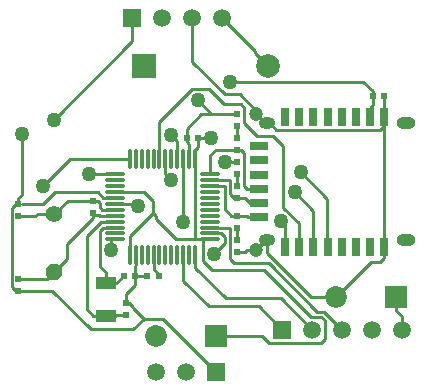
<source format=gbl>
G04 Layer_Physical_Order=2*
G04 Layer_Color=16711680*
%FSLAX42Y42*%
%MOMM*%
G71*
G01*
G75*
%ADD13R,0.60X0.50*%
%ADD14R,0.50X0.60*%
%ADD17C,0.25*%
%ADD18C,1.85*%
%ADD19R,1.85X1.85*%
%ADD20P,1.52X8X112.5*%
%ADD21C,1.40*%
%ADD22C,2.00*%
%ADD23R,2.00X2.00*%
%ADD24C,1.50*%
%ADD25R,1.50X1.50*%
%ADD26C,1.27*%
%ADD27R,1.80X1.00*%
%ADD28O,0.30X1.80*%
%ADD29O,1.80X0.30*%
%ADD30C,1.20*%
%ADD31R,0.80X1.50*%
%ADD32R,1.50X0.80*%
%ADD33O,1.60X1.00*%
%ADD34O,1.40X1.00*%
D13*
X3225Y2642D02*
D03*
X3125D02*
D03*
X1219Y1118D02*
D03*
X1319D02*
D03*
X1017D02*
D03*
X1117D02*
D03*
X1650Y2286D02*
D03*
X1550D02*
D03*
D14*
X762Y1652D02*
D03*
Y1752D02*
D03*
X1981Y1321D02*
D03*
Y1421D02*
D03*
X1041Y788D02*
D03*
Y888D02*
D03*
X127Y1726D02*
D03*
Y1626D02*
D03*
Y991D02*
D03*
Y1091D02*
D03*
X1981Y2082D02*
D03*
Y1982D02*
D03*
Y2487D02*
D03*
Y2387D02*
D03*
Y1624D02*
D03*
Y1524D02*
D03*
Y1778D02*
D03*
Y1878D02*
D03*
Y2186D02*
D03*
Y2286D02*
D03*
D17*
X1621Y2107D02*
Y2182D01*
X1650Y2211D01*
Y2286D01*
X3103Y2540D02*
X3125Y2562D01*
Y2642D01*
X1117Y1118D02*
X1219D01*
X1117D02*
Y1204D01*
X1121Y1208D01*
Y1297D01*
X1041Y888D02*
Y965D01*
X1117Y1041D01*
Y1118D01*
X1981Y1321D02*
X2047D01*
X2064Y1338D01*
X2133D01*
X3223Y2463D02*
Y2550D01*
X3225Y2552D01*
Y2642D01*
X127Y1626D02*
X272D01*
X286Y1641D01*
X432D01*
X864Y775D02*
X945D01*
X958Y788D01*
X1041D01*
X1981Y2286D02*
Y2387D01*
Y1878D02*
Y1982D01*
Y1421D02*
Y1524D01*
X3374Y660D02*
Y775D01*
X3327Y822D02*
X3374Y775D01*
X3327Y822D02*
Y940D01*
X1981Y1624D02*
X2062D01*
X2073Y1613D01*
X1981Y1778D02*
X2045D01*
X2090Y1733D01*
X102Y991D02*
X127D01*
X69Y1024D02*
X102Y991D01*
X69Y1024D02*
Y1693D01*
X102Y1726D01*
X127D01*
X818Y1194D02*
X864Y1148D01*
X818Y1194D02*
Y1499D01*
X846Y1527D01*
X941D01*
X1271Y1176D02*
Y1297D01*
X543Y1752D02*
X762D01*
X432Y1641D02*
X543Y1752D01*
X762D02*
X800D01*
X818Y1734D01*
Y1697D02*
Y1734D01*
X2131Y3004D02*
X2240Y2896D01*
X2131Y3004D02*
Y3025D01*
X1854Y3302D02*
X2131Y3025D01*
X1621Y1185D02*
Y1297D01*
Y1185D02*
X1881Y926D01*
X2347D01*
X2612Y660D01*
X3125Y2642D02*
Y2684D01*
X3048Y2761D02*
X3125Y2684D01*
X1918Y2761D02*
X3048D01*
X1751Y1877D02*
X1874D01*
Y1681D02*
Y1877D01*
Y1681D02*
X1930Y1624D01*
X1981D01*
X1953Y1778D02*
X1981D01*
X1920Y1812D02*
X1953Y1778D01*
X1920Y1812D02*
Y1927D01*
X1751D02*
X1920D01*
X539Y1388D02*
X762Y1611D01*
X539Y1260D02*
Y1388D01*
X432Y1153D02*
X539Y1260D01*
X914Y1427D02*
X941D01*
X1191Y1827D02*
X1265Y1753D01*
X1071Y1455D02*
X1265Y1649D01*
X1071Y1297D02*
Y1455D01*
X1981Y2186D02*
X2013D01*
X2040Y2159D01*
Y1880D02*
Y2159D01*
Y1880D02*
X2066Y1853D01*
X1550Y2254D02*
Y2286D01*
Y2254D02*
X1571Y2233D01*
Y2107D02*
Y2233D01*
X1981Y2080D02*
Y2082D01*
X2601Y940D02*
X2819D01*
X2233Y1308D02*
X2601Y940D01*
X941Y1827D02*
X1191D01*
X1290Y1600D02*
Y1624D01*
Y1600D02*
X1464Y1427D01*
X1751Y1477D02*
X1845D01*
X1874Y1448D01*
Y1396D02*
Y1448D01*
X1783Y1306D02*
X1874Y1396D01*
X2712Y815D02*
X2866Y660D01*
X2658Y815D02*
X2712D01*
X2245Y1227D02*
X2658Y815D01*
X1956Y1227D02*
X2245D01*
X1919Y1263D02*
X1956Y1227D01*
X1919Y1263D02*
Y1523D01*
X1916Y1527D02*
X1919Y1523D01*
X1751Y1527D02*
X1916D01*
X334Y1726D02*
X434Y1826D01*
X797D01*
X846Y1777D01*
X941D01*
X724Y1977D02*
X941D01*
X1121Y1727D02*
X1136Y1712D01*
X941Y1727D02*
X1121D01*
X1521Y1573D02*
Y2107D01*
X2517Y1994D02*
X2743Y1768D01*
X2466Y1824D02*
X2623Y1667D01*
X1420Y2311D02*
X1471Y2260D01*
Y2107D02*
Y2260D01*
X1798Y2186D02*
X1981D01*
X1750Y2138D02*
X1798Y2186D01*
X1750Y1977D02*
X1751D01*
X3223Y2388D02*
Y2463D01*
X3190Y2355D02*
X3223Y2388D01*
X2311Y2355D02*
X3190D01*
X2258Y2408D02*
X2311Y2355D01*
X2233Y2408D02*
X2258D01*
X2213D02*
X2233D01*
X1803Y610D02*
X2192D01*
X2250Y551D01*
X2692D01*
X2720Y579D01*
Y741D01*
X2692Y769D02*
X2720Y741D01*
X2601Y769D02*
X2692D01*
X2207Y1164D02*
X2601Y769D01*
X1768Y1164D02*
X2207D01*
X1687Y1245D02*
X1768Y1164D01*
X1643Y2603D02*
X1760Y2487D01*
X1981D01*
X2002Y2654D02*
X2141Y2515D01*
X1877Y2654D02*
X2002D01*
X1600Y2931D02*
X1877Y2654D01*
X1600Y2931D02*
Y3302D01*
X1321Y2107D02*
Y2421D01*
X1600Y2700D01*
X1740D01*
X1867Y2573D01*
X2007D01*
X2040Y2540D01*
Y2413D02*
Y2540D01*
Y2413D02*
X2149Y2304D01*
X2286D01*
X2370Y2220D01*
Y1694D02*
Y2220D01*
Y1694D02*
X2503Y1561D01*
X1354Y754D02*
X1803Y305D01*
X1189Y754D02*
X1354D01*
X1100Y665D02*
X1189Y754D01*
X411Y991D02*
X737Y665D01*
X127Y991D02*
X411D01*
X1100Y843D02*
Y855D01*
X1067Y888D02*
X1100Y855D01*
X1041Y888D02*
X1067D01*
X2347Y1580D02*
X2383Y1544D01*
X1371Y1977D02*
X1415Y1933D01*
X1371Y1977D02*
Y2107D01*
X1753Y2261D02*
Y2281D01*
X1550Y2286D02*
Y2361D01*
X1676Y2487D01*
X2133Y1338D02*
X2233Y1418D01*
X2233D01*
X3223Y1270D02*
Y1363D01*
X3188Y1234D02*
X3223Y1270D01*
X3114Y1234D02*
X3188D01*
X2819Y940D02*
X3114Y1234D01*
X1092Y3106D02*
Y3302D01*
X424Y2438D02*
X1092Y3106D01*
X370Y1091D02*
X432Y1153D01*
X127Y1091D02*
X370D01*
X826Y1577D02*
X941D01*
X704Y1455D02*
X826Y1577D01*
X704Y833D02*
Y1455D01*
Y833D02*
X762Y775D01*
X864D01*
X2160Y859D02*
X2358Y660D01*
X1737Y859D02*
X2160D01*
X1521Y1074D02*
X1737Y859D01*
X1521Y1074D02*
Y1297D01*
X1071Y2107D02*
Y2108D01*
X338Y1882D02*
X564Y2108D01*
X1265Y1649D02*
Y1753D01*
X1621Y1427D02*
X1687D01*
X1751D01*
X737Y665D02*
X1100D01*
X155Y1726D02*
X334D01*
X2233Y1308D02*
Y1418D01*
X1875Y2080D02*
X1981D01*
X3223Y1363D02*
Y2388D01*
X1676Y2487D02*
X1760D01*
X2141Y2480D02*
Y2515D01*
X2133Y2488D02*
X2141Y2480D01*
X2213Y2408D01*
X762Y1611D02*
Y1634D01*
Y1652D01*
X914Y1339D02*
Y1427D01*
X1655Y2281D02*
X1753D01*
X1650Y2286D02*
X1655Y2281D01*
X864Y1054D02*
Y1148D01*
X953Y1054D02*
X1017Y1118D01*
X864Y1054D02*
X953D01*
X1319Y1118D02*
Y1128D01*
X1271Y1176D02*
X1319Y1128D01*
X1265Y1649D02*
X1290Y1624D01*
X818Y1697D02*
X838Y1677D01*
X941D01*
X820Y1627D02*
X941D01*
X813Y1634D02*
X820Y1627D01*
X762Y1634D02*
X813D01*
X1100Y843D02*
X1189Y754D01*
X564Y2108D02*
X1071D01*
X155Y1806D02*
Y2316D01*
X127Y1778D02*
X155Y1806D01*
X127Y1726D02*
Y1778D01*
X1621Y1427D02*
Y2107D01*
X1464Y1427D02*
X1621D01*
X2090Y1733D02*
X2158D01*
X2066Y1853D02*
X2158D01*
X2073Y1613D02*
X2158D01*
X2623Y1363D02*
Y1667D01*
X1687Y1245D02*
Y1427D01*
X3103Y2463D02*
Y2540D01*
X1750Y1977D02*
Y2138D01*
X2503Y1363D02*
Y1561D01*
X2743Y1363D02*
Y1768D01*
X2383Y1363D02*
Y1544D01*
D18*
X1295Y610D02*
D03*
X2819Y940D02*
D03*
D19*
X1803Y610D02*
D03*
X3327Y940D02*
D03*
D20*
X432Y1153D02*
D03*
D21*
Y1641D02*
D03*
D22*
X2240Y2896D02*
D03*
D23*
X1194D02*
D03*
D24*
X1854Y3302D02*
D03*
X1600D02*
D03*
X1346D02*
D03*
X1549Y305D02*
D03*
X1295D02*
D03*
X3374Y660D02*
D03*
X3120D02*
D03*
X2866D02*
D03*
X2612D02*
D03*
D25*
X1092Y3302D02*
D03*
X1803Y305D02*
D03*
X2358Y660D02*
D03*
D26*
X1918Y2761D02*
D03*
X914Y1339D02*
D03*
X1875Y2080D02*
D03*
X1783Y1306D02*
D03*
X724Y1977D02*
D03*
X1136Y1712D02*
D03*
X1521Y1573D02*
D03*
X2517Y1994D02*
D03*
X2466Y1824D02*
D03*
X1420Y2311D02*
D03*
X1643Y2603D02*
D03*
X155Y2316D02*
D03*
X2347Y1580D02*
D03*
X1415Y1933D02*
D03*
X1753Y2281D02*
D03*
X424Y2438D02*
D03*
X338Y1882D02*
D03*
D27*
X864Y775D02*
D03*
Y1054D02*
D03*
D28*
X1071Y1297D02*
D03*
X1121D02*
D03*
X1171D02*
D03*
X1221D02*
D03*
X1271D02*
D03*
X1321D02*
D03*
X1371D02*
D03*
X1421D02*
D03*
X1471D02*
D03*
X1521D02*
D03*
X1571D02*
D03*
X1621D02*
D03*
Y2107D02*
D03*
X1571D02*
D03*
X1521D02*
D03*
X1471D02*
D03*
X1421D02*
D03*
X1371D02*
D03*
X1321D02*
D03*
X1271D02*
D03*
X1221D02*
D03*
X1171D02*
D03*
X1121D02*
D03*
X1071D02*
D03*
D29*
X1751Y1427D02*
D03*
Y1477D02*
D03*
Y1527D02*
D03*
Y1577D02*
D03*
Y1627D02*
D03*
Y1677D02*
D03*
Y1727D02*
D03*
Y1777D02*
D03*
Y1827D02*
D03*
Y1877D02*
D03*
Y1927D02*
D03*
Y1977D02*
D03*
X941D02*
D03*
Y1927D02*
D03*
Y1877D02*
D03*
Y1827D02*
D03*
Y1777D02*
D03*
Y1727D02*
D03*
Y1677D02*
D03*
Y1627D02*
D03*
Y1577D02*
D03*
Y1527D02*
D03*
Y1477D02*
D03*
Y1427D02*
D03*
D30*
X2135Y2490D02*
D03*
Y1340D02*
D03*
D31*
X2385Y1365D02*
D03*
X2505D02*
D03*
X2625D02*
D03*
X2745D02*
D03*
X2865D02*
D03*
X2985D02*
D03*
X3105D02*
D03*
X3225D02*
D03*
Y2465D02*
D03*
X3105D02*
D03*
X2985D02*
D03*
X2865D02*
D03*
X2745D02*
D03*
X2625D02*
D03*
X2505D02*
D03*
X2385D02*
D03*
D32*
X2160Y1615D02*
D03*
Y1735D02*
D03*
Y1855D02*
D03*
Y1975D02*
D03*
Y2095D02*
D03*
Y2215D02*
D03*
D33*
X3405Y1420D02*
D03*
Y2410D02*
D03*
D34*
X2235Y1420D02*
D03*
Y2410D02*
D03*
M02*

</source>
